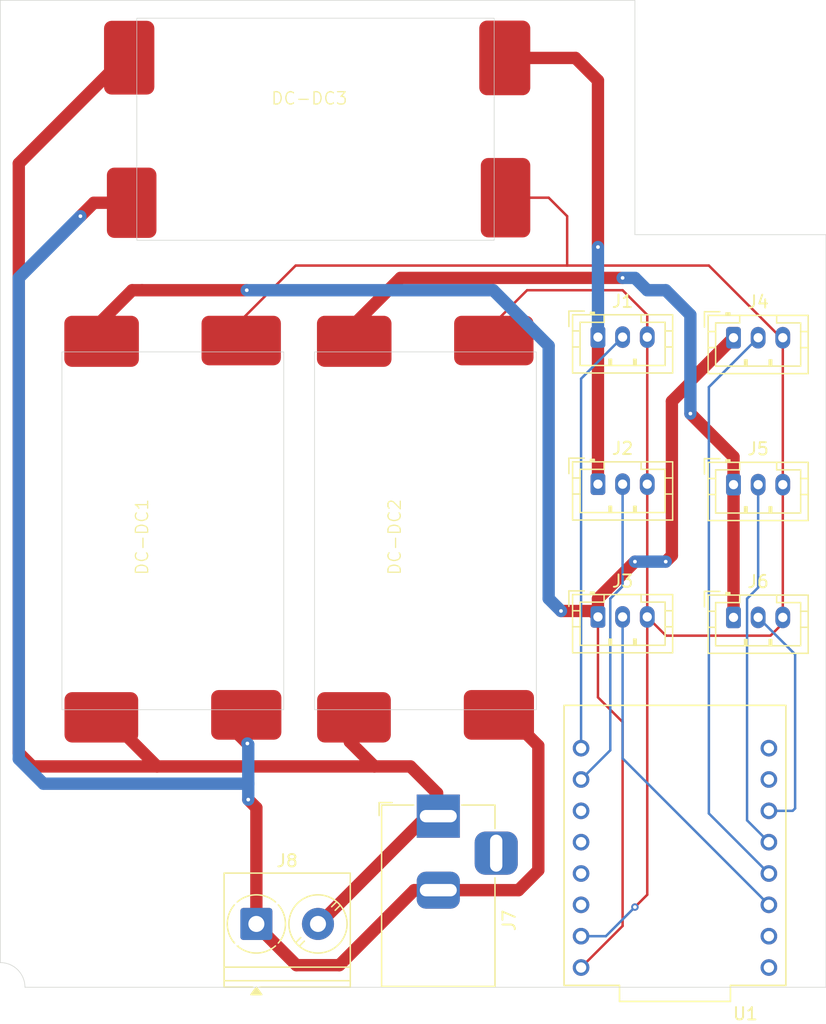
<source format=kicad_pcb>
(kicad_pcb (version 20241229) (generator "pcbnew") (generator_version "9.0")
  (layers (0 "F.Cu" signal) (2 "B.Cu" signal) (13 "F.Paste" user) (15 "B.Paste" user) (5 "F.SilkS" user "F.Silkscreen") (7 "B.SilkS" user "B.Silkscreen") (1 "F.Mask" user) (3 "B.Mask" user) (25 "Edge.Cuts" user))
  (net 0 "")
  (net 1 "Net-(DC-DC1-VOUT-)")
  (net 2 "Net-(J1-Pin_2)")
  (net 3 "Net-(DC-DC1-VOUT+)")
  (net 4 "Net-(J2-Pin_2)")
  (net 5 "Net-(J3-Pin_2)")
  (net 6 "Net-(DC-DC2-VOUT+)")
  (net 7 "Net-(J4-Pin_2)")
  (net 8 "Net-(J5-Pin_2)")
  (net 9 "Net-(J6-Pin_2)")
  (net 10 "Net-(DC-DC1-VIN-)")
  (net 11 "Net-(DC-DC1-VIN+)")
  (net 20 "Net-(DC-DC3-VOUT+)")
  (footprint "Connector_JST:JST_PH_B3B-PH-K_1x03_P2.00mm_Vertical" (layer "F.Cu") (at 151 71.85)
    (property "Reference" "J4" (at 2 -2.9 0) (layer "F.SilkS"))
    (property "Value" "Conn_01x03")
    (fp_line (start -2.36 -2.11) (end -2.36 -0.86) (stroke (width 0.12)) (layer "F.SilkS"))
    (fp_line (start -2.06 -1.81) (end -2.06 2.91) (stroke (width 0.12)) (layer "F.SilkS"))
    (fp_line (start -2.06 -0.5) (end -1.45 -0.5) (stroke (width 0.12)) (layer "F.SilkS"))
    (fp_line (start -2.06 0.8) (end -1.45 0.8) (stroke (width 0.12)) (layer "F.SilkS"))
    (fp_line (start -2.06 2.91) (end 6.06 2.91) (stroke (width 0.12)) (layer "F.SilkS"))
    (fp_line (start -1.45 -1.2) (end -1.45 2.3) (stroke (width 0.12)) (layer "F.SilkS"))
    (fp_line (start -1.45 2.3) (end 5.45 2.3) (stroke (width 0.12)) (layer "F.SilkS"))
    (fp_line (start -1.11 -2.11) (end -2.36 -2.11) (stroke (width 0.12)) (layer "F.SilkS"))
    (fp_line (start -0.6 -2.01) (end -0.6 -1.81) (stroke (width 0.12)) (layer "F.SilkS"))
    (fp_line (start -0.3 -2.01) (end -0.6 -2.01) (stroke (width 0.12)) (layer "F.SilkS"))
    (fp_line (start -0.3 -1.91) (end -0.6 -1.91) (stroke (width 0.12)) (layer "F.SilkS"))
    (fp_line (start -0.3 -1.81) (end -0.3 -2.01) (stroke (width 0.12)) (layer "F.SilkS"))
    (fp_line (start 0.5 -1.81) (end 0.5 -1.2) (stroke (width 0.12)) (layer "F.SilkS"))
    (fp_line (start 0.5 -1.2) (end -1.45 -1.2) (stroke (width 0.12)) (layer "F.SilkS"))
    (fp_line (start 0.9 1.8) (end 1.1 1.8) (stroke (width 0.12)) (layer "F.SilkS"))
    (fp_line (start 0.9 2.3) (end 0.9 1.8) (stroke (width 0.12)) (layer "F.SilkS"))
    (fp_line (start 1 2.3) (end 1 1.8) (stroke (width 0.12)) (layer "F.SilkS"))
    (fp_line (start 1.1 1.8) (end 1.1 2.3) (stroke (width 0.12)) (layer "F.SilkS"))
    (fp_line (start 2.9 1.8) (end 3.1 1.8) (stroke (width 0.12)) (layer "F.SilkS"))
    (fp_line (start 2.9 2.3) (end 2.9 1.8) (stroke (width 0.12)) (layer "F.SilkS"))
    (fp_line (start 3 2.3) (end 3 1.8) (stroke (width 0.12)) (layer "F.SilkS"))
    (fp_line (start 3.1 1.8) (end 3.1 2.3) (stroke (width 0.12)) (layer "F.SilkS"))
    (fp_line (start 3.5 -1.2) (end 3.5 -1.81) (stroke (width 0.12)) (layer "F.SilkS"))
    (fp_line (start 5.45 -1.2) (end 3.5 -1.2) (stroke (width 0.12)) (layer "F.SilkS"))
    (fp_line (start 5.45 2.3) (end 5.45 -1.2) (stroke (width 0.12)) (layer "F.SilkS"))
    (fp_line (start 6.06 -1.81) (end -2.06 -1.81) (stroke (width 0.12)) (layer "F.SilkS"))
    (fp_line (start 6.06 -0.5) (end 5.45 -0.5) (stroke (width 0.12)) (layer "F.SilkS"))
    (fp_line (start 6.06 0.8) (end 5.45 0.8) (stroke (width 0.12)) (layer "F.SilkS"))
    (fp_line (start 6.06 2.91) (end 6.06 -1.81) (stroke (width 0.12)) (layer "F.SilkS"))
    (pad "1" thru_hole roundrect (at 0 0) (size 1.2 1.75) (drill 0.75) (layers "*.Cu" "*.Mask") (roundrect_rratio 0.208333) (net 3 "Net-(DC-DC1-VOUT+)"))
    (pad "2" thru_hole oval (at 2 0) (size 1.2 1.75) (drill 0.75) (layers "*.Cu" "*.Mask") (net 7 "Net-(J4-Pin_2)"))
    (pad "3" thru_hole oval (at 4 0) (size 1.2 1.75) (drill 0.75) (layers "*.Cu" "*.Mask") (net 1 "Net-(DC-DC1-VOUT-)"))
  )
  (footprint "TerminalBlock_Phoenix:TerminalBlock_Phoenix_PT-1,5-2-5.0-H_1x02_P5.00mm_Horizontal" (layer "F.Cu") (at 112.28 119.3675)
    (property "Reference" "J8" (at 2.5 -5.12 0) (layer "F.SilkS"))
    (property "Value" "Conn_01x02")
    (fp_line (start -2.62 -4.12) (end -2.62 5.12) (stroke (width 0.12)) (layer "F.SilkS"))
    (fp_line (start -2.62 -4.12) (end 7.62 -4.12) (stroke (width 0.12)) (layer "F.SilkS"))
    (fp_line (start -2.62 3.5) (end 7.62 3.5) (stroke (width 0.12)) (layer "F.SilkS"))
    (fp_line (start -2.62 4.6) (end 7.62 4.6) (stroke (width 0.12)) (layer "F.SilkS"))
    (fp_line (start -2.62 5.12) (end -0.3 5.12) (stroke (width 0.12)) (layer "F.SilkS"))
    (fp_line (start -1.78 1.491) (end -1.79 1.502) (stroke (width 0.12)) (layer "F.SilkS"))
    (fp_line (start -1.493 1.78) (end -1.502 1.79) (stroke (width 0.12)) (layer "F.SilkS"))
    (fp_line (start 0.3 5.12) (end 7.62 5.12) (stroke (width 0.12)) (layer "F.SilkS"))
    (fp_line (start 3.605 1.106) (end 3.21 1.502) (stroke (width 0.12)) (layer "F.SilkS"))
    (fp_line (start 3.893 1.394) (end 3.498 1.79) (stroke (width 0.12)) (layer "F.SilkS"))
    (fp_line (start 6.502 -1.79) (end 6.106 -1.394) (stroke (width 0.12)) (layer "F.SilkS"))
    (fp_line (start 6.79 -1.502) (end 6.394 -1.106) (stroke (width 0.12)) (layer "F.SilkS"))
    (fp_line (start 7.62 -4.12) (end 7.62 5.12) (stroke (width 0.12)) (layer "F.SilkS"))
    (fp_arc (start -1.78 1.55) (mid -2.360275 0.000316) (end -1.780415 -1.549523) (stroke (width 0.12)) (layer "F.SilkS"))
    (fp_arc (start -1.55 -1.78) (mid -0.000316 -2.360275) (end 1.549523 -1.780415) (stroke (width 0.12)) (layer "F.SilkS"))
    (fp_arc (start 1.55 1.78) (mid 0.000316 2.360275) (end -1.549523 1.780415) (stroke (width 0.12)) (layer "F.SilkS"))
    (fp_arc (start 1.78 -1.55) (mid 2.360275 -0.000316) (end 1.780415 1.549523) (stroke (width 0.12)) (layer "F.SilkS"))
    (fp_circle (center 5 0) (end 7.36 0) (stroke (width 0.12)) (fill no) (layer "F.SilkS"))
    (fp_poly (pts (xy 0 5.12) (xy 0.44 5.73) (xy -0.44 5.73) (xy 0 5.12)) (stroke (width 0.12)) (fill yes) (layer "F.SilkS"))
    (pad "1" thru_hole roundrect (at 0 0) (size 2.6 2.6) (drill 1.3) (layers "*.Cu" "*.Mask") (roundrect_rratio 0.096154) (net 10 "Net-(DC-DC1-VIN-)"))
    (pad "2" thru_hole circle (at 5 0) (size 2.6 2.6) (drill 1.3) (layers "*.Cu" "*.Mask") (net 11 "Net-(DC-DC1-VIN+)"))
  )
  (footprint "Connector_JST:JST_PH_B3B-PH-K_1x03_P2.00mm_Vertical" (layer "F.Cu") (at 140 83.72)
    (property "Reference" "J2" (at 2 -2.9 0) (layer "F.SilkS"))
    (property "Value" "Conn_01x03")
    (fp_line (start -2.36 -2.11) (end -2.36 -0.86) (stroke (width 0.12)) (layer "F.SilkS"))
    (fp_line (start -2.06 -1.81) (end -2.06 2.91) (stroke (width 0.12)) (layer "F.SilkS"))
    (fp_line (start -2.06 -0.5) (end -1.45 -0.5) (stroke (width 0.12)) (layer "F.SilkS"))
    (fp_line (start -2.06 0.8) (end -1.45 0.8) (stroke (width 0.12)) (layer "F.SilkS"))
    (fp_line (start -2.06 2.91) (end 6.06 2.91) (stroke (width 0.12)) (layer "F.SilkS"))
    (fp_line (start -1.45 -1.2) (end -1.45 2.3) (stroke (width 0.12)) (layer "F.SilkS"))
    (fp_line (start -1.45 2.3) (end 5.45 2.3) (stroke (width 0.12)) (layer "F.SilkS"))
    (fp_line (start -1.11 -2.11) (end -2.36 -2.11) (stroke (width 0.12)) (layer "F.SilkS"))
    (fp_line (start -0.6 -2.01) (end -0.6 -1.81) (stroke (width 0.12)) (layer "F.SilkS"))
    (fp_line (start -0.3 -2.01) (end -0.6 -2.01) (stroke (width 0.12)) (layer "F.SilkS"))
    (fp_line (start -0.3 -1.91) (end -0.6 -1.91) (stroke (width 0.12)) (layer "F.SilkS"))
    (fp_line (start -0.3 -1.81) (end -0.3 -2.01) (stroke (width 0.12)) (layer "F.SilkS"))
    (fp_line (start 0.5 -1.81) (end 0.5 -1.2) (stroke (width 0.12)) (layer "F.SilkS"))
    (fp_line (start 0.5 -1.2) (end -1.45 -1.2) (stroke (width 0.12)) (layer "F.SilkS"))
    (fp_line (start 0.9 1.8) (end 1.1 1.8) (stroke (width 0.12)) (layer "F.SilkS"))
    (fp_line (start 0.9 2.3) (end 0.9 1.8) (stroke (width 0.12)) (layer "F.SilkS"))
    (fp_line (start 1 2.3) (end 1 1.8) (stroke (width 0.12)) (layer "F.SilkS"))
    (fp_line (start 1.1 1.8) (end 1.1 2.3) (stroke (width 0.12)) (layer "F.SilkS"))
    (fp_line (start 2.9 1.8) (end 3.1 1.8) (stroke (width 0.12)) (layer "F.SilkS"))
    (fp_line (start 2.9 2.3) (end 2.9 1.8) (stroke (width 0.12)) (layer "F.SilkS"))
    (fp_line (start 3 2.3) (end 3 1.8) (stroke (width 0.12)) (layer "F.SilkS"))
    (fp_line (start 3.1 1.8) (end 3.1 2.3) (stroke (width 0.12)) (layer "F.SilkS"))
    (fp_line (start 3.5 -1.2) (end 3.5 -1.81) (stroke (width 0.12)) (layer "F.SilkS"))
    (fp_line (start 5.45 -1.2) (end 3.5 -1.2) (stroke (width 0.12)) (layer "F.SilkS"))
    (fp_line (start 5.45 2.3) (end 5.45 -1.2) (stroke (width 0.12)) (layer "F.SilkS"))
    (fp_line (start 6.06 -1.81) (end -2.06 -1.81) (stroke (width 0.12)) (layer "F.SilkS"))
    (fp_line (start 6.06 -0.5) (end 5.45 -0.5) (stroke (width 0.12)) (layer "F.SilkS"))
    (fp_line (start 6.06 0.8) (end 5.45 0.8) (stroke (width 0.12)) (layer "F.SilkS"))
    (fp_line (start 6.06 2.91) (end 6.06 -1.81) (stroke (width 0.12)) (layer "F.SilkS"))
    (pad "1" thru_hole roundrect (at 0 0) (size 1.2 1.75) (drill 0.75) (layers "*.Cu" "*.Mask") (roundrect_rratio 0.208333) (net 20 "Net-(DC-DC3-VOUT+)"))
    (pad "2" thru_hole oval (at 2 0) (size 1.2 1.75) (drill 0.75) (layers "*.Cu" "*.Mask") (net 4 "Net-(J2-Pin_2)"))
    (pad "3" thru_hole oval (at 4 0) (size 1.2 1.75) (drill 0.75) (layers "*.Cu" "*.Mask") (net 1 "Net-(DC-DC1-VOUT-)"))
  )
  (footprint "Connector_JST:JST_PH_B3B-PH-K_1x03_P2.00mm_Vertical" (layer "F.Cu") (at 151 94.52)
    (property "Reference" "J6" (at 2 -2.9 0) (layer "F.SilkS"))
    (property "Value" "Conn_01x03")
    (fp_line (start -2.36 -2.11) (end -2.36 -0.86) (stroke (width 0.12)) (layer "F.SilkS"))
    (fp_line (start -2.06 -1.81) (end -2.06 2.91) (stroke (width 0.12)) (layer "F.SilkS"))
    (fp_line (start -2.06 -0.5) (end -1.45 -0.5) (stroke (width 0.12)) (layer "F.SilkS"))
    (fp_line (start -2.06 0.8) (end -1.45 0.8) (stroke (width 0.12)) (layer "F.SilkS"))
    (fp_line (start -2.06 2.91) (end 6.06 2.91) (stroke (width 0.12)) (layer "F.SilkS"))
    (fp_line (start -1.45 -1.2) (end -1.45 2.3) (stroke (width 0.12)) (layer "F.SilkS"))
    (fp_line (start -1.45 2.3) (end 5.45 2.3) (stroke (width 0.12)) (layer "F.SilkS"))
    (fp_line (start -1.11 -2.11) (end -2.36 -2.11) (stroke (width 0.12)) (layer "F.SilkS"))
    (fp_line (start -0.6 -2.01) (end -0.6 -1.81) (stroke (width 0.12)) (layer "F.SilkS"))
    (fp_line (start -0.3 -2.01) (end -0.6 -2.01) (stroke (width 0.12)) (layer "F.SilkS"))
    (fp_line (start -0.3 -1.91) (end -0.6 -1.91) (stroke (width 0.12)) (layer "F.SilkS"))
    (fp_line (start -0.3 -1.81) (end -0.3 -2.01) (stroke (width 0.12)) (layer "F.SilkS"))
    (fp_line (start 0.5 -1.81) (end 0.5 -1.2) (stroke (width 0.12)) (layer "F.SilkS"))
    (fp_line (start 0.5 -1.2) (end -1.45 -1.2) (stroke (width 0.12)) (layer "F.SilkS"))
    (fp_line (start 0.9 1.8) (end 1.1 1.8) (stroke (width 0.12)) (layer "F.SilkS"))
    (fp_line (start 0.9 2.3) (end 0.9 1.8) (stroke (width 0.12)) (layer "F.SilkS"))
    (fp_line (start 1 2.3) (end 1 1.8) (stroke (width 0.12)) (layer "F.SilkS"))
    (fp_line (start 1.1 1.8) (end 1.1 2.3) (stroke (width 0.12)) (layer "F.SilkS"))
    (fp_line (start 2.9 1.8) (end 3.1 1.8) (stroke (width 0.12)) (layer "F.SilkS"))
    (fp_line (start 2.9 2.3) (end 2.9 1.8) (stroke (width 0.12)) (layer "F.SilkS"))
    (fp_line (start 3 2.3) (end 3 1.8) (stroke (width 0.12)) (layer "F.SilkS"))
    (fp_line (start 3.1 1.8) (end 3.1 2.3) (stroke (width 0.12)) (layer "F.SilkS"))
    (fp_line (start 3.5 -1.2) (end 3.5 -1.81) (stroke (width 0.12)) (layer "F.SilkS"))
    (fp_line (start 5.45 -1.2) (end 3.5 -1.2) (stroke (width 0.12)) (layer "F.SilkS"))
    (fp_line (start 5.45 2.3) (end 5.45 -1.2) (stroke (width 0.12)) (layer "F.SilkS"))
    (fp_line (start 6.06 -1.81) (end -2.06 -1.81) (stroke (width 0.12)) (layer "F.SilkS"))
    (fp_line (start 6.06 -0.5) (end 5.45 -0.5) (stroke (width 0.12)) (layer "F.SilkS"))
    (fp_line (start 6.06 0.8) (end 5.45 0.8) (stroke (width 0.12)) (layer "F.SilkS"))
    (fp_line (start 6.06 2.91) (end 6.06 -1.81) (stroke (width 0.12)) (layer "F.SilkS"))
    (pad "1" thru_hole roundrect (at 0 0) (size 1.2 1.75) (drill 0.75) (layers "*.Cu" "*.Mask") (roundrect_rratio 0.208333) (net 6 "Net-(DC-DC2-VOUT+)"))
    (pad "2" thru_hole oval (at 2 0) (size 1.2 1.75) (drill 0.75) (layers "*.Cu" "*.Mask") (net 9 "Net-(J6-Pin_2)"))
    (pad "3" thru_hole oval (at 4 0) (size 1.2 1.75) (drill 0.75) (layers "*.Cu" "*.Mask") (net 1 "Net-(DC-DC1-VOUT-)"))
  )
  (footprint "Connector_BarrelJack:BarrelJack_Horizontal" (layer "F.Cu") (at 127.0425 110.63 90)
    (property "Reference" "J7" (at -8.45 5.75 90) (layer "F.SilkS"))
    (property "Value" "Barrel_Jack")
    (fp_line (start 0.05 -4.8) (end 1.1 -4.8) (stroke (width 0.12)) (layer "F.SilkS"))
    (fp_line (start 0.9 -4.6) (end 0.9 -2) (stroke (width 0.12)) (layer "F.SilkS"))
    (fp_line (start -13.8 -4.6) (end 0.9 -4.6) (stroke (width 0.12)) (layer "F.SilkS"))
    (fp_line (start 1.1 -3.75) (end 1.1 -4.8) (stroke (width 0.12)) (layer "F.SilkS"))
    (fp_line (start 0.9 1.9) (end 0.9 4.6) (stroke (width 0.12)) (layer "F.SilkS"))
    (fp_line (start 0.9 4.6) (end -1 4.6) (stroke (width 0.12)) (layer "F.SilkS"))
    (fp_line (start -5 4.6) (end -13.8 4.6) (stroke (width 0.12)) (layer "F.SilkS"))
    (fp_line (start -13.8 4.6) (end -13.8 -4.6) (stroke (width 0.12)) (layer "F.SilkS"))
    (pad "1" thru_hole rect (at 0 0 90) (size 3.5 3.5) (drill oval 1 3) (layers "*.Cu" "*.Mask") (net 11 "Net-(DC-DC1-VIN+)"))
    (pad "2" thru_hole roundrect (at -6 0 90) (size 3 3.5) (drill oval 1 3) (layers "*.Cu" "*.Mask") (net 10 "Net-(DC-DC1-VIN-)"))
    (pad "3" thru_hole roundrect (at -3 4.7 90) (size 3.5 3.5) (drill oval 3 1) (layers "*.Cu" "*.Mask"))
  )
  (footprint "Connector_JST:JST_PH_B3B-PH-K_1x03_P2.00mm_Vertical" (layer "F.Cu") (at 140 94.48)
    (property "Reference" "J3" (at 2 -2.9 0) (layer "F.SilkS"))
    (property "Value" "Conn_01x03")
    (fp_line (start -2.36 -2.11) (end -2.36 -0.86) (stroke (width 0.12)) (layer "F.SilkS"))
    (fp_line (start -2.06 -1.81) (end -2.06 2.91) (stroke (width 0.12)) (layer "F.SilkS"))
    (fp_line (start -2.06 -0.5) (end -1.45 -0.5) (stroke (width 0.12)) (layer "F.SilkS"))
    (fp_line (start -2.06 0.8) (end -1.45 0.8) (stroke (width 0.12)) (layer "F.SilkS"))
    (fp_line (start -2.06 2.91) (end 6.06 2.91) (stroke (width 0.12)) (layer "F.SilkS"))
    (fp_line (start -1.45 -1.2) (end -1.45 2.3) (stroke (width 0.12)) (layer "F.SilkS"))
    (fp_line (start -1.45 2.3) (end 5.45 2.3) (stroke (width 0.12)) (layer "F.SilkS"))
    (fp_line (start -1.11 -2.11) (end -2.36 -2.11) (stroke (width 0.12)) (layer "F.SilkS"))
    (fp_line (start -0.6 -2.01) (end -0.6 -1.81) (stroke (width 0.12)) (layer "F.SilkS"))
    (fp_line (start -0.3 -2.01) (end -0.6 -2.01) (stroke (width 0.12)) (layer "F.SilkS"))
    (fp_line (start -0.3 -1.91) (end -0.6 -1.91) (stroke (width 0.12)) (layer "F.SilkS"))
    (fp_line (start -0.3 -1.81) (end -0.3 -2.01) (stroke (width 0.12)) (layer "F.SilkS"))
    (fp_line (start 0.5 -1.81) (end 0.5 -1.2) (stroke (width 0.12)) (layer "F.SilkS"))
    (fp_line (start 0.5 -1.2) (end -1.45 -1.2) (stroke (width 0.12)) (layer "F.SilkS"))
    (fp_line (start 0.9 1.8) (end 1.1 1.8) (stroke (width 0.12)) (layer "F.SilkS"))
    (fp_line (start 0.9 2.3) (end 0.9 1.8) (stroke (width 0.12)) (layer "F.SilkS"))
    (fp_line (start 1 2.3) (end 1 1.8) (stroke (width 0.12)) (layer "F.SilkS"))
    (fp_line (start 1.1 1.8) (end 1.1 2.3) (stroke (width 0.12)) (layer "F.SilkS"))
    (fp_line (start 2.9 1.8) (end 3.1 1.8) (stroke (width 0.12)) (layer "F.SilkS"))
    (fp_line (start 2.9 2.3) (end 2.9 1.8) (stroke (width 0.12)) (layer "F.SilkS"))
    (fp_line (start 3 2.3) (end 3 1.8) (stroke (width 0.12)) (layer "F.SilkS"))
    (fp_line (start 3.1 1.8) (end 3.1 2.3) (stroke (width 0.12)) (layer "F.SilkS"))
    (fp_line (start 3.5 -1.2) (end 3.5 -1.81) (stroke (width 0.12)) (layer "F.SilkS"))
    (fp_line (start 5.45 -1.2) (end 3.5 -1.2) (stroke (width 0.12)) (layer "F.SilkS"))
    (fp_line (start 5.45 2.3) (end 5.45 -1.2) (stroke (width 0.12)) (layer "F.SilkS"))
    (fp_line (start 6.06 -1.81) (end -2.06 -1.81) (stroke (width 0.12)) (layer "F.SilkS"))
    (fp_line (start 6.06 -0.5) (end 5.45 -0.5) (stroke (width 0.12)) (layer "F.SilkS"))
    (fp_line (start 6.06 0.8) (end 5.45 0.8) (stroke (width 0.12)) (layer "F.SilkS"))
    (fp_line (start 6.06 2.91) (end 6.06 -1.81) (stroke (width 0.12)) (layer "F.SilkS"))
    (pad "1" thru_hole roundrect (at 0 0) (size 1.2 1.75) (drill 0.75) (layers "*.Cu" "*.Mask") (roundrect_rratio 0.208333) (net 3 "Net-(DC-DC1-VOUT+)"))
    (pad "2" thru_hole oval (at 2 0) (size 1.2 1.75) (drill 0.75) (layers "*.Cu" "*.Mask") (net 5 "Net-(J3-Pin_2)"))
    (pad "3" thru_hole oval (at 4 0) (size 1.2 1.75) (drill 0.75) (layers "*.Cu" "*.Mask") (net 1 "Net-(DC-DC1-VOUT-)"))
  )
  (footprint "ESP32-C3_SUPERMINI_TH (1):Mini560" (layer "F.Cu") (at 116.579063 52.95)
    (property "Reference" "DC-DC3" (at 0 -0.5 0) (layer "F.SilkS") (effects (font (thickness 0.1))))
    (property "Value" "~")
    (fp_rect (start -14 -7) (end 15 11) (stroke (width 0.05)) (fill no) (layer "Edge.Cuts"))
    (pad "1" smd roundrect (at 15.86 -3.78) (size 4.14 6.05) (layers "F.Cu" "F.Mask" "F.Paste") (roundrect_rratio 0.15) (net 20 "Net-(DC-DC3-VOUT+)"))
    (pad "2" smd roundrect (at 15.920937 7.55) (size 4.018125 6.44) (layers "F.Cu" "F.Mask" "F.Paste") (roundrect_rratio 0.15) (net 1 "Net-(DC-DC1-VOUT-)"))
    (pad "3" smd roundrect (at -14.62 -3.8) (size 4.085 5.98) (layers "F.Cu" "F.Mask" "F.Paste") (roundrect_rratio 0.15) (net 11 "Net-(DC-DC1-VIN+)"))
    (pad "4" smd roundrect (at -14.42 7.96) (size 4.025 5.6975) (layers "F.Cu" "F.Mask" "F.Paste") (roundrect_rratio 0.15) (net 10 "Net-(DC-DC1-VIN-)"))
  )
  (footprint "ESP32-C3_SUPERMINI_TH (1):Mini560" (layer "F.Cu") (at 103.5 88 90)
    (property "Reference" "DC-DC1" (at 0 -0.5 90) (layer "F.SilkS") (effects (font (thickness 0.1))))
    (property "Value" "~")
    (fp_rect (start -14 -7) (end 15 11) (stroke (width 0.05)) (fill no) (layer "Edge.Cuts"))
    (pad "1" smd roundrect (at 15.86 -3.78 90) (size 4.14 6.05) (layers "F.Cu" "F.Mask" "F.Paste") (roundrect_rratio 0.15) (net 3 "Net-(DC-DC1-VOUT+)"))
    (pad "2" smd roundrect (at 15.920937 7.55 90) (size 4.018125 6.44) (layers "F.Cu" "F.Mask" "F.Paste") (roundrect_rratio 0.15) (net 1 "Net-(DC-DC1-VOUT-)"))
    (pad "3" smd roundrect (at -14.62 -3.8 90) (size 4.085 5.98) (layers "F.Cu" "F.Mask" "F.Paste") (roundrect_rratio 0.15) (net 11 "Net-(DC-DC1-VIN+)"))
    (pad "4" smd roundrect (at -14.42 7.96 90) (size 4.025 5.6975) (layers "F.Cu" "F.Mask" "F.Paste") (roundrect_rratio 0.15) (net 10 "Net-(DC-DC1-VIN-)"))
  )
  (footprint "ESP32-C3_SUPERMINI_TH (1):MODULE_ESP32-C3_SUPERMINI_TH" (layer "F.Cu") (at 146.25 113 180)
    (property "Reference" "U1" (at -5.715 -13.6525 0) (layer "F.SilkS"))
    (property "Value" "ESP32-C3_SUPERMINI_TH")
    (fp_line (start 9 11.35) (end 9 -11.35) (stroke (width 0.127)) (layer "F.SilkS"))
    (fp_line (start 9 11.35) (end -9 11.35) (stroke (width 0.127)) (layer "F.SilkS"))
    (fp_line (start 9 -11.35) (end 4.5 -11.35) (stroke (width 0.127)) (layer "F.SilkS"))
    (fp_line (start 4.5 -12.65) (end 4.5 -11.35) (stroke (width 0.127)) (layer "F.SilkS"))
    (fp_line (start 4.5 -12.65) (end -4.5 -12.65) (stroke (width 0.127)) (layer "F.SilkS"))
    (fp_line (start -4.5 -11.35) (end -9 -11.35) (stroke (width 0.127)) (layer "F.SilkS"))
    (fp_line (start -4.5 -12.65) (end -4.5 -11.35) (stroke (width 0.127)) (layer "F.SilkS"))
    (fp_line (start -9 11.35) (end -9 -11.35) (stroke (width 0.127)) (layer "F.SilkS"))
    (pad "0" thru_hole circle (at 7.62 7.88 180) (size 1.348 1.348) (drill 0.84) (layers "*.Cu" "*.Mask") (net 2 "Net-(J1-Pin_2)"))
    (pad "1" thru_hole circle (at 7.62 5.34 180) (size 1.348 1.348) (drill 0.84) (layers "*.Cu" "*.Mask") (net 4 "Net-(J2-Pin_2)"))
    (pad "2" thru_hole circle (at 7.62 2.8 180) (size 1.348 1.348) (drill 0.84) (layers "*.Cu" "*.Mask"))
    (pad "3" thru_hole circle (at 7.62 0.26 180) (size 1.348 1.348) (drill 0.84) (layers "*.Cu" "*.Mask"))
    (pad "3.3" thru_hole circle (at 7.62 -4.82 180) (size 1.348 1.348) (drill 0.84) (layers "*.Cu" "*.Mask"))
    (pad "4" thru_hole circle (at 7.62 -2.28 180) (size 1.348 1.348) (drill 0.84) (layers "*.Cu" "*.Mask"))
    (pad "5" thru_hole circle (at -7.62 -9.9 180) (size 1.348 1.348) (drill 0.84) (layers "*.Cu" "*.Mask"))
    (pad "5V" thru_hole circle (at 7.62 -9.9 180) (size 1.348 1.348) (drill 0.84) (layers "*.Cu" "*.Mask") (net 3 "Net-(DC-DC1-VOUT+)"))
    (pad "6" thru_hole circle (at -7.62 -7.36 180) (size 1.348 1.348) (drill 0.84) (layers "*.Cu" "*.Mask"))
    (pad "7" thru_hole circle (at -7.62 -4.82 180) (size 1.348 1.348) (drill 0.84) (layers "*.Cu" "*.Mask") (net 5 "Net-(J3-Pin_2)"))
    (pad "8" thru_hole circle (at -7.62 -2.28 180) (size 1.348 1.348) (drill 0.84) (layers "*.Cu" "*.Mask") (net 7 "Net-(J4-Pin_2)"))
    (pad "9" thru_hole circle (at -7.62 0.26 180) (size 1.348 1.348) (drill 0.84) (layers "*.Cu" "*.Mask") (net 8 "Net-(J5-Pin_2)"))
    (pad "10" thru_hole circle (at -7.62 2.8 180) (size 1.348 1.348) (drill 0.84) (layers "*.Cu" "*.Mask") (net 9 "Net-(J6-Pin_2)"))
    (pad "20" thru_hole circle (at -7.62 5.34 180) (size 1.348 1.348) (drill 0.84) (layers "*.Cu" "*.Mask"))
    (pad "21" thru_hole circle (at -7.62 7.88 180) (size 1.348 1.348) (drill 0.84) (layers "*.Cu" "*.Mask"))
    (pad "G" thru_hole circle (at 7.62 -7.36 180) (size 1.348 1.348) (drill 0.84) (layers "*.Cu" "*.Mask") (net 1 "Net-(DC-DC1-VOUT-)"))
  )
  (footprint "ESP32-C3_SUPERMINI_TH (1):Mini560" (layer "F.Cu") (at 124 88 90)
    (property "Reference" "DC-DC2" (at 0 -0.5 90) (layer "F.SilkS") (effects (font (thickness 0.1))))
    (property "Value" "~")
    (fp_rect (start -14 -7) (end 15 11) (stroke (width 0.05)) (fill no) (layer "Edge.Cuts"))
    (pad "1" smd roundrect (at 15.86 -3.78 90) (size 4.14 6.05) (layers "F.Cu" "F.Mask" "F.Paste") (roundrect_rratio 0.15) (net 6 "Net-(DC-DC2-VOUT+)"))
    (pad "2" smd roundrect (at 15.920937 7.55 90) (size 4.018125 6.44) (layers "F.Cu" "F.Mask" "F.Paste") (roundrect_rratio 0.15) (net 1 "Net-(DC-DC1-VOUT-)"))
    (pad "3" smd roundrect (at -14.62 -3.8 90) (size 4.085 5.98) (layers "F.Cu" "F.Mask" "F.Paste") (roundrect_rratio 0.15) (net 11 "Net-(DC-DC1-VIN+)"))
    (pad "4" smd roundrect (at -14.42 7.96 90) (size 4.025 5.6975) (layers "F.Cu" "F.Mask" "F.Paste") (roundrect_rratio 0.15) (net 10 "Net-(DC-DC1-VIN-)"))
  )
  (footprint "Connector_JST:JST_PH_B3B-PH-K_1x03_P2.00mm_Vertical" (layer "F.Cu") (at 151 83.76)
    (property "Reference" "J5" (at 2 -2.9 0) (layer "F.SilkS"))
    (property "Value" "Conn_01x03")
    (fp_line (start -2.36 -2.11) (end -2.36 -0.86) (stroke (width 0.12)) (layer "F.SilkS"))
    (fp_line (start -2.06 -1.81) (end -2.06 2.91) (stroke (width 0.12)) (layer "F.SilkS"))
    (fp_line (start -2.06 -0.5) (end -1.45 -0.5) (stroke (width 0.12)) (layer "F.SilkS"))
    (fp_line (start -2.06 0.8) (end -1.45 0.8) (stroke (width 0.12)) (layer "F.SilkS"))
    (fp_line (start -2.06 2.91) (end 6.06 2.91) (stroke (width 0.12)) (layer "F.SilkS"))
    (fp_line (start -1.45 -1.2) (end -1.45 2.3) (stroke (width 0.12)) (layer "F.SilkS"))
    (fp_line (start -1.45 2.3) (end 5.45 2.3) (stroke (width 0.12)) (layer "F.SilkS"))
    (fp_line (start -1.11 -2.11) (end -2.36 -2.11) (stroke (width 0.12)) (layer "F.SilkS"))
    (fp_line (start -0.6 -2.01) (end -0.6 -1.81) (stroke (width 0.12)) (layer "F.SilkS"))
    (fp_line (start -0.3 -2.01) (end -0.6 -2.01) (stroke (width 0.12)) (layer "F.SilkS"))
    (fp_line (start -0.3 -1.91) (end -0.6 -1.91) (stroke (width 0.12)) (layer "F.SilkS"))
    (fp_line (start -0.3 -1.81) (end -0.3 -2.01) (stroke (width 0.12)) (layer "F.SilkS"))
    (fp_line (start 0.5 -1.81) (end 0.5 -1.2) (stroke (width 0.12)) (layer "F.SilkS"))
    (fp_line (start 0.5 -1.2) (end -1.45 -1.2) (stroke (width 0.12)) (layer "F.SilkS"))
    (fp_line (start 0.9 1.8) (end 1.1 1.8) (stroke (width 0.12)) (layer "F.SilkS"))
    (fp_line (start 0.9 2.3) (end 0.9 1.8) (stroke (width 0.12)) (layer "F.SilkS"))
    (fp_line (start 1 2.3) (end 1 1.8) (stroke (width 0.12)) (layer "F.SilkS"))
    (fp_line (start 1.1 1.8) (end 1.1 2.3) (stroke (width 0.12)) (layer "F.SilkS"))
    (fp_line (start 2.9 1.8) (end 3.1 1.8) (stroke (width 0.12)) (layer "F.SilkS"))
    (fp_line (start 2.9 2.3) (end 2.9 1.8) (stroke (width 0.12)) (layer "F.SilkS"))
    (fp_line (start 3 2.3) (end 3 1.8) (stroke (width 0.12)) (layer "F.SilkS"))
    (fp_line (start 3.1 1.8) (end 3.1 2.3) (stroke (width 0.12)) (layer "F.SilkS"))
    (fp_line (start 3.5 -1.2) (end 3.5 -1.81) (stroke (width 0.12)) (layer "F.SilkS"))
    (fp_line (start 5.45 -1.2) (end 3.5 -1.2) (stroke (width 0.12)) (layer "F.SilkS"))
    (fp_line (start 5.45 2.3) (end 5.45 -1.2) (stroke (width 0.12)) (layer "F.SilkS"))
    (fp_line (start 6.06 -1.81) (end -2.06 -1.81) (stroke (width 0.12)) (layer "F.SilkS"))
    (fp_line (start 6.06 -0.5) (end 5.45 -0.5) (stroke (width 0.12)) (layer "F.SilkS"))
    (fp_line (start 6.06 0.8) (end 5.45 0.8) (stroke (width 0.12)) (layer "F.SilkS"))
    (fp_line (start 6.06 2.91) (end 6.06 -1.81) (stroke (width 0.12)) (layer "F.SilkS"))
    (pad "1" thru_hole roundrect (at 0 0) (size 1.2 1.75) (drill 0.75) (layers "*.Cu" "*.Mask") (roundrect_rratio 0.208333) (net 6 "Net-(DC-DC2-VOUT+)"))
    (pad "2" thru_hole oval (at 2 0) (size 1.2 1.75) (drill 0.75) (layers "*.Cu" "*.Mask") (net 8 "Net-(J5-Pin_2)"))
    (pad "3" thru_hole oval (at 4 0) (size 1.2 1.75) (drill 0.75) (layers "*.Cu" "*.Mask") (net 1 "Net-(DC-DC1-VOUT-)"))
  )
  (footprint "Connector_JST:JST_PH_B3B-PH-K_1x03_P2.00mm_Vertical" (layer "F.Cu") (at 140 71.8)
    (property "Reference" "J1" (at 2 -2.9 0) (layer "F.SilkS"))
    (property "Value" "Conn_01x03")
    (fp_line (start -2.36 -2.11) (end -2.36 -0.86) (stroke (width 0.12)) (layer "F.SilkS"))
    (fp_line (start -2.06 -1.81) (end -2.06 2.91) (stroke (width 0.12)) (layer "F.SilkS"))
    (fp_line (start -2.06 -0.5) (end -1.45 -0.5) (stroke (width 0.12)) (layer "F.SilkS"))
    (fp_line (start -2.06 0.8) (end -1.45 0.8) (stroke (width 0.12)) (layer "F.SilkS"))
    (fp_line (start -2.06 2.91) (end 6.06 2.91) (stroke (width 0.12)) (layer "F.SilkS"))
    (fp_line (start -1.45 -1.2) (end -1.45 2.3) (stroke (width 0.12)) (layer "F.SilkS"))
    (fp_line (start -1.45 2.3) (end 5.45 2.3) (stroke (width 0.12)) (layer "F.SilkS"))
    (fp_line (start -1.11 -2.11) (end -2.36 -2.11) (stroke (width 0.12)) (layer "F.SilkS"))
    (fp_line (start -0.6 -2.01) (end -0.6 -1.81) (stroke (width 0.12)) (layer "F.SilkS"))
    (fp_line (start -0.3 -2.01) (end -0.6 -2.01) (stroke (width 0.12)) (layer "F.SilkS"))
    (fp_line (start -0.3 -1.91) (end -0.6 -1.91) (stroke (width 0.12)) (layer "F.SilkS"))
    (fp_line (start -0.3 -1.81) (end -0.3 -2.01) (stroke (width 0.12)) (layer "F.SilkS"))
    (fp_line (start 0.5 -1.81) (end 0.5 -1.2) (stroke (width 0.12)) (layer "F.SilkS"))
    (fp_line (start 0.5 -1.2) (end -1.45 -1.2) (stroke (width 0.12)) (layer "F.SilkS"))
    (fp_line (start 0.9 1.8) (end 1.1 1.8) (stroke (width 0.12)) (layer "F.SilkS"))
    (fp_line (start 0.9 2.3) (end 0.9 1.8) (stroke (width 0.12)) (layer "F.SilkS"))
    (fp_line (start 1 2.3) (end 1 1.8) (stroke (width 0.12)) (layer "F.SilkS"))
    (fp_line (start 1.1 1.8) (end 1.1 2.3) (stroke (width 0.12)) (layer "F.SilkS"))
    (fp_line (start 2.9 1.8) (end 3.1 1.8) (stroke (width 0.12)) (layer "F.SilkS"))
    (fp_line (start 2.9 2.3) (end 2.9 1.8) (stroke (width 0.12)) (layer "F.SilkS"))
    (fp_line (start 3 2.3) (end 3 1.8) (stroke (width 0.12)) (layer "F.SilkS"))
    (fp_line (start 3.1 1.8) (end 3.1 2.3) (stroke (width 0.12)) (layer "F.SilkS"))
    (fp_line (start 3.5 -1.2) (end 3.5 -1.81) (stroke (width 0.12)) (layer "F.SilkS"))
    (fp_line (start 5.45 -1.2) (end 3.5 -1.2) (stroke (width 0.12)) (layer "F.SilkS"))
    (fp_line (start 5.45 2.3) (end 5.45 -1.2) (stroke (width 0.12)) (layer "F.SilkS"))
    (fp_line (start 6.06 -1.81) (end -2.06 -1.81) (stroke (width 0.12)) (layer "F.SilkS"))
    (fp_line (start 6.06 -0.5) (end 5.45 -0.5) (stroke (width 0.12)) (layer "F.SilkS"))
    (fp_line (start 6.06 0.8) (end 5.45 0.8) (stroke (width 0.12)) (layer "F.SilkS"))
    (fp_line (start 6.06 2.91) (end 6.06 -1.81) (stroke (width 0.12)) (layer "F.SilkS"))
    (pad "1" thru_hole roundrect (at 0 0) (size 1.2 1.75) (drill 0.75) (layers "*.Cu" "*.Mask") (roundrect_rratio 0.208333) (net 20 "Net-(DC-DC3-VOUT+)"))
    (pad "2" thru_hole oval (at 2 0) (size 1.2 1.75) (drill 0.75) (layers "*.Cu" "*.Mask") (net 2 "Net-(J1-Pin_2)"))
    (pad "3" thru_hole oval (at 4 0) (size 1.2 1.75) (drill 0.75) (layers "*.Cu" "*.Mask") (net 1 "Net-(DC-DC1-VOUT-)"))
  )
  (gr_line (start 143 63.5) (end 143 44.5) (stroke (width 0.05)) (layer "Edge.Cuts"))
  (gr_line (start 93.5 124.5) (end 158.5 124.5) (stroke (width 0.05)) (layer "Edge.Cuts"))
  (gr_line (start 143 44.5) (end 91.5 44.5) (stroke (width 0.05)) (layer "Edge.Cuts"))
  (gr_line (start 91.5 44.5) (end 91.5 122.5) (stroke (width 0.05)) (layer "Edge.Cuts"))
  (gr_line (start 158.5 124.5) (end 158.5 63.5) (stroke (width 0.05)) (layer "Edge.Cuts"))
  (gr_line (start 158.5 63.5) (end 143 63.5) (stroke (width 0.05)) (layer "Edge.Cuts"))
  (gr_arc (start 91.5 122.5) (mid 92.914214 123.085786) (end 93.5 124.5) (stroke (width 0.05)) (layer "Edge.Cuts"))
  (segment (start 132.5 60.5) (end 136 60.5) (width 0.2) (layer "F.Cu") (net 1))
  (segment (start 136 60.5) (end 137.5 62) (width 0.2) (layer "F.Cu") (net 1))
  (segment (start 154.76 83.67) (end 154.67 83.76) (width 0.2) (layer "F.Cu") (net 1))
  (segment (start 137.5 66) (end 115.469063 66) (width 0.2) (layer "F.Cu") (net 1))
  (segment (start 144 117) (end 143 118) (width 0.2) (layer "F.Cu") (net 1))
  (segment (start 145.52 96) (end 154 96) (width 0.2) (layer "F.Cu") (net 1))
  (segment (start 149 66) (end 137.5 66) (width 0.2) (layer "F.Cu") (net 1))
  (segment (start 155 83.76) (end 155 71.85) (width 0.2) (layer "F.Cu") (net 1))
  (segment (start 154.67 94.37) (end 154.52 94.52) (width 0.2) (layer "F.Cu") (net 1))
  (segment (start 131.21 71.039063) (end 134.249063 68) (width 0.2) (layer "F.Cu") (net 1))
  (segment (start 144 70) (end 144 71.8) (width 0.2) (layer "F.Cu") (net 1))
  (segment (start 155 71.85) (end 154.85 71.85) (width 0.2) (layer "F.Cu") (net 1))
  (segment (start 155 94.52) (end 155 83.76) (width 0.2) (layer "F.Cu") (net 1))
  (segment (start 144 83.72) (end 144 94.48) (width 0.2) (layer "F.Cu") (net 1))
  (segment (start 134.249063 68) (end 142 68) (width 0.2) (layer "F.Cu") (net 1))
  (segment (start 115.469063 66) (end 110.49 70.979063) (width 0.2) (layer "F.Cu") (net 1))
  (segment (start 137.5 62) (end 137.5 66) (width 0.2) (layer "F.Cu") (net 1))
  (segment (start 154 96) (end 155 95) (width 0.2) (layer "F.Cu") (net 1))
  (segment (start 155 95) (end 155 94.52) (width 0.2) (layer "F.Cu") (net 1))
  (segment (start 144 94.48) (end 144 117) (width 0.2) (layer "F.Cu") (net 1))
  (segment (start 154.85 71.85) (end 149 66) (width 0.2) (layer "F.Cu") (net 1))
  (segment (start 144 94.48) (end 145.52 96) (width 0.2) (layer "F.Cu") (net 1))
  (segment (start 144 71.8) (end 144 83.72) (width 0.2) (layer "F.Cu") (net 1))
  (segment (start 142 68) (end 144 70) (width 0.2) (layer "F.Cu") (net 1))
  (via (at 143 118) (size 0.6) (drill 0.3) (layers "F.Cu" "B.Cu") (net 1))
  (segment (start 140.64 120.36) (end 138.63 120.36) (width 0.2) (layer "B.Cu") (net 1))
  (segment (start 143 118) (end 140.64 120.36) (width 0.2) (layer "B.Cu") (net 1))
  (segment (start 138.63 75.17) (end 138.63 105.12) (width 0.2) (layer "B.Cu") (net 2))
  (segment (start 142 71.8) (end 138.63 75.17) (width 0.2) (layer "B.Cu") (net 2))
  (segment (start 140 101) (end 140 94.48) (width 0.2) (layer "F.Cu") (net 3))
  (segment (start 103 68) (end 102.2 68) (width 1) (layer "F.Cu") (net 3))
  (segment (start 137 94) (end 139.52 94) (width 1) (layer "F.Cu") (net 3))
  (segment (start 146 89.5) (end 145.5 90) (width 1) (layer "F.Cu") (net 3))
  (segment (start 139.52 94) (end 140 94.48) (width 1) (layer "F.Cu") (net 3))
  (segment (start 138.63 122.9) (end 142 119.53) (width 0.2) (layer "F.Cu") (net 3))
  (segment (start 140 93) (end 140 94.48) (width 1) (layer "F.Cu") (net 3))
  (segment (start 146 77) (end 146 89.5) (width 1) (layer "F.Cu") (net 3))
  (segment (start 139.76 94.48) (end 139.76 94.24) (width 0.2) (layer "F.Cu") (net 3))
  (segment (start 139.76 94.24) (end 140 94) (width 0.2) (layer "F.Cu") (net 3))
  (segment (start 142 119.53) (end 142 103) (width 0.2) (layer "F.Cu") (net 3))
  (segment (start 143 90) (end 140 93) (width 1) (layer "F.Cu") (net 3))
  (segment (start 147.5 75.35) (end 147.5 75.5) (width 0.2) (layer "F.Cu") (net 3))
  (segment (start 142 103) (end 140 101) (width 0.2) (layer "F.Cu") (net 3))
  (segment (start 151 71.85) (end 147.5 75.35) (width 1) (layer "F.Cu") (net 3))
  (segment (start 102.2 68) (end 99.16 71.04) (width 1) (layer "F.Cu") (net 3))
  (segment (start 147.5 75.5) (end 146 77) (width 1) (layer "F.Cu") (net 3))
  (segment (start 103 68) (end 111.5 68) (width 1) (layer "F.Cu") (net 3))
  (via (at 145.5 90) (size 0.6) (drill 0.3) (layers "F.Cu" "B.Cu") (net 3))
  (via (at 137 94) (size 0.6) (drill 0.3) (layers "F.Cu" "B.Cu") (net 3))
  (via (at 143 90) (size 0.6) (drill 0.3) (layers "F.Cu" "B.Cu") (net 3))
  (via (at 111.5 68) (size 0.6) (drill 0.3) (layers "F.Cu" "B.Cu") (net 3))
  (segment (start 136 72.5) (end 136 93) (width 1) (layer "B.Cu") (net 3))
  (segment (start 131.5 68) (end 136 72.5) (width 1) (layer "B.Cu") (net 3))
  (segment (start 139.82 94.42) (end 139.76 94.48) (width 0.2) (layer "B.Cu") (net 3))
  (segment (start 136 93) (end 137 94) (width 1) (layer "B.Cu") (net 3))
  (segment (start 111.5 68) (end 131.5 68) (width 1) (layer "B.Cu") (net 3))
  (segment (start 145.5 90) (end 143 90) (width 1) (layer "B.Cu") (net 3))
  (segment (start 142 92) (end 141 93) (width 0.2) (layer "B.Cu") (net 4))
  (segment (start 141 105.29) (end 138.63 107.66) (width 0.2) (layer "B.Cu") (net 4))
  (segment (start 142 83.72) (end 142 92) (width 0.2) (layer "B.Cu") (net 4))
  (segment (start 141 93) (end 141 105.29) (width 0.2) (layer "B.Cu") (net 4))
  (segment (start 142 94.48) (end 142 105.95) (width 0.2) (layer "B.Cu") (net 5))
  (segment (start 142 105.95) (end 153.87 117.82) (width 0.2) (layer "B.Cu") (net 5))
  (segment (start 151 81.5) (end 147.5 78) (width 1) (layer "F.Cu") (net 6))
  (segment (start 142 67) (end 123.98 67) (width 1) (layer "F.Cu") (net 6))
  (segment (start 151 83.76) (end 151 81.5) (width 1) (layer "F.Cu") (net 6))
  (segment (start 123.98 67) (end 119.88 71.1) (width 1) (layer "F.Cu") (net 6))
  (segment (start 151 83.76) (end 151 94.52) (width 1) (layer "F.Cu") (net 6))
  (via (at 147.5 78) (size 0.6) (drill 0.3) (layers "F.Cu" "B.Cu") (net 6))
  (via (at 142 67) (size 0.6) (drill 0.3) (layers "F.Cu" "B.Cu") (net 6))
  (segment (start 144 68) (end 145.5 68) (width 1) (layer "B.Cu") (net 6))
  (segment (start 142 67) (end 143 67) (width 1) (layer "B.Cu") (net 6))
  (segment (start 143 67) (end 144 68) (width 1) (layer "B.Cu") (net 6))
  (segment (start 147.5 70) (end 147.5 78) (width 1) (layer "B.Cu") (net 6))
  (segment (start 150.76 83.67) (end 150.67 83.76) (width 0.2) (layer "B.Cu") (net 6))
  (segment (start 145.5 68) (end 147.5 70) (width 1) (layer "B.Cu") (net 6))
  (segment (start 150.67 94.37) (end 150.52 94.52) (width 0.2) (layer "B.Cu") (net 6))
  (segment (start 149 75.85) (end 149 110.41) (width 0.2) (layer "B.Cu") (net 7))
  (segment (start 149 110.41) (end 153.87 115.28) (width 0.2) (layer "B.Cu") (net 7))
  (segment (start 153 71.85) (end 149 75.85) (width 0.2) (layer "B.Cu") (net 7))
  (segment (start 153 83.76) (end 153 92.099) (width 0.2) (layer "B.Cu") (net 8))
  (segment (start 152.099 93) (end 152.099 110.969) (width 0.2) (layer "B.Cu") (net 8))
  (segment (start 152.099 110.969) (end 153.87 112.74) (width 0.2) (layer "B.Cu") (net 8))
  (segment (start 153 92.099) (end 152.099 93) (width 0.2) (layer "B.Cu") (net 8))
  (segment (start 153 94.52) (end 156 97.52) (width 0.2) (layer "B.Cu") (net 9))
  (segment (start 156 97.52) (end 156 110) (width 0.2) (layer "B.Cu") (net 9))
  (segment (start 156 110) (end 155.8 110.2) (width 0.2) (layer "B.Cu") (net 9))
  (segment (start 155.8 110.2) (end 153.87 110.2) (width 0.2) (layer "B.Cu") (net 9))
  (segment (start 99.09 60.91) (end 101.578063 60.91) (width 1) (layer "F.Cu") (net 10))
  (segment (start 126.95 116.63) (end 133.55 116.63) (width 1) (layer "F.Cu") (net 10))
  (segment (start 112.28 119.4575) (end 112.28 109.95) (width 1) (layer "F.Cu") (net 10))
  (segment (start 98 62) (end 99.09 60.91) (width 1) (layer "F.Cu") (net 10))
  (segment (start 112.28 109.95) (end 111.62 109.29) (width 1) (layer "F.Cu") (net 10))
  (segment (start 115.5325 122.71) (end 112.28 119.4575) (width 1) (layer "F.Cu") (net 10))
  (segment (start 135.16 115.02) (end 135.16 104.92) (width 1) (layer "F.Cu") (net 10))
  (segment (start 131.801 101.561) (end 131.62 101.561) (width 0.2) (layer "F.Cu") (net 10))
  (segment (start 112.85 103.27) (end 111.081 101.501) (width 0.2) (layer "F.Cu") (net 10))
  (segment (start 111.55 104.74) (end 110.9 104.09) (width 1) (layer "F.Cu") (net 10))
  (segment (start 126.95 116.63) (end 125.09 116.63) (width 1) (layer "F.Cu") (net 10))
  (segment (start 110.9 104.09) (end 110.9 101.901) (width 1) (layer "F.Cu") (net 10))
  (segment (start 111.081 101.501) (end 110.9 101.501) (width 0.2) (layer "F.Cu") (net 10))
  (segment (start 135.16 104.92) (end 131.801 101.561) (width 1) (layer "F.Cu") (net 10))
  (segment (start 125.09 116.63) (end 119.01 122.71) (width 1) (layer "F.Cu") (net 10))
  (segment (start 133.55 116.63) (end 135.16 115.02) (width 1) (layer "F.Cu") (net 10))
  (segment (start 119.01 122.71) (end 115.5325 122.71) (width 1) (layer "F.Cu") (net 10))
  (via (at 98 62) (size 0.6) (drill 0.3) (layers "F.Cu" "B.Cu") (net 10))
  (via (at 111.62 109.29) (size 0.6) (drill 0.3) (layers "F.Cu" "B.Cu") (net 10))
  (via (at 111.55 104.74) (size 0.6) (drill 0.3) (layers "F.Cu" "B.Cu") (net 10))
  (segment (start 111.62 108) (end 95 108) (width 1) (layer "B.Cu") (net 10))
  (segment (start 93 67) (end 98 62) (width 1) (layer "B.Cu") (net 10))
  (segment (start 111.62 109.29) (end 111.62 108) (width 1) (layer "B.Cu") (net 10))
  (segment (start 93 106) (end 93 67) (width 1) (layer "B.Cu") (net 10))
  (segment (start 111.62 104.81) (end 111.55 104.74) (width 1) (layer "B.Cu") (net 10))
  (segment (start 95 108) (end 93 106) (width 1) (layer "B.Cu") (net 10))
  (segment (start 111.62 108) (end 111.62 104.81) (width 1) (layer "B.Cu") (net 10))
  (segment (start 104.22 106.6) (end 99.14 101.52) (width 1) (layer "F.Cu") (net 11))
  (segment (start 124.78 106.6) (end 121.86 106.6) (width 1) (layer "F.Cu") (net 11))
  (segment (start 111.59 106.63) (end 111.56 106.6) (width 0.2) (layer "F.Cu") (net 11))
  (segment (start 111.56 106.6) (end 104.22 106.6) (width 1) (layer "F.Cu") (net 11))
  (segment (start 126.95 108.77) (end 124.78 106.6) (width 1) (layer "F.Cu") (net 11))
  (segment (start 121.86 106.6) (end 111.56 106.6) (width 1) (layer "F.Cu") (net 11))
  (segment (start 93 105.5) (end 93 57.728063) (width 1) (layer "F.Cu") (net 11))
  (segment (start 119.86 104.6) (end 121.86 106.6) (width 1) (layer "F.Cu") (net 11))
  (segment (start 117.28 119.4575) (end 126.1075 110.63) (width 1) (layer "F.Cu") (net 11))
  (segment (start 93 57.728063) (end 101.578063 49.15) (width 1) (layer "F.Cu") (net 11))
  (segment (start 119.86 101.58) (end 119.86 104.6) (width 1) (layer "F.Cu") (net 11))
  (segment (start 126.1075 110.63) (end 126.95 110.63) (width 0.2) (layer "F.Cu") (net 11))
  (segment (start 104.22 106.6) (end 94.1 106.6) (width 1) (layer "F.Cu") (net 11))
  (segment (start 126.95 110.63) (end 126.95 108.77) (width 1) (layer "F.Cu") (net 11))
  (segment (start 94.1 106.6) (end 93 105.5) (width 1) (layer "F.Cu") (net 11))
  (segment (start 140 71.8) (end 140 83.72) (width 1) (layer "F.Cu") (net 20))
  (segment (start 138.17 49.17) (end 140 51) (width 1) (layer "F.Cu") (net 20))
  (segment (start 132.439063 49.17) (end 138.17 49.17) (width 1) (layer "F.Cu") (net 20))
  (segment (start 140 51) (end 140 64.5) (width 1) (layer "F.Cu") (net 20))
  (via (at 140 64.5) (size 0.6) (drill 0.3) (layers "F.Cu" "B.Cu") (net 20))
  (segment (start 139.96 83.58) (end 139.82 83.72) (width 0.2) (layer "B.Cu") (net 20))
  (segment (start 140 64.5) (end 140 71.8) (width 1) (layer "B.Cu") (net 20))
)
</source>
